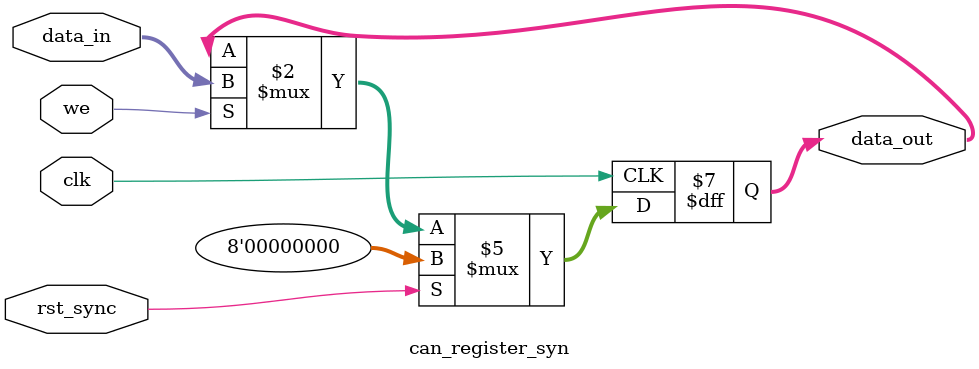
<source format=v>

`include "timescale.v"
// synopsys translate_on


module can_register_syn
( data_in,
  data_out,
  we,
  clk,
  rst_sync
);

parameter WIDTH = 8; // default parameter of the register width, ALL REGS IN THIS PROJECT ARE 8BIT
parameter RESET_VALUE = 0;

input [WIDTH-1:0] data_in;
input             we;
input             clk;
input             rst_sync;

output [WIDTH-1:0] data_out;
reg    [WIDTH-1:0] data_out;



always @ (posedge clk)
begin
  if (rst_sync)                       // synchronous reset
    data_out<=#1 RESET_VALUE;
  else if (we)                        // write
    data_out<=#1 data_in;
end



endmodule

</source>
